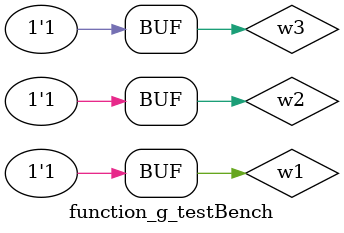
<source format=v>
`timescale 1ns / 1ps
module function_g_testBench();
    reg w1,w2,w3;
    wire Y;
    function_g g(.w1(w1), .w2(w2), .w3(w3), .Y(Y));
    initial begin
        #10 w1 = 0; w2 = 0; w3 = 0;
        #10 w1 = 0; w2 = 0; w3 = 1; 
        #10 w1 = 0; w2 = 1; w3 = 0; 
        #10 w1 = 0; w2 = 1; w3 = 1; 
        #10 w1 = 1; w2 = 0; w3 = 0; 
        #10 w1 = 1; w2 = 0; w3 = 1; 
        #10 w1 = 1; w2 = 1; w3 = 0; 
        #10 w1 = 1; w2 = 1; w3 = 1; 
    end
    initial begin
        $monitor($time, " w1=%b, w2=%b, w3=%b, Y=%b", w1, w2, w3, Y);
    end
endmodule



</source>
